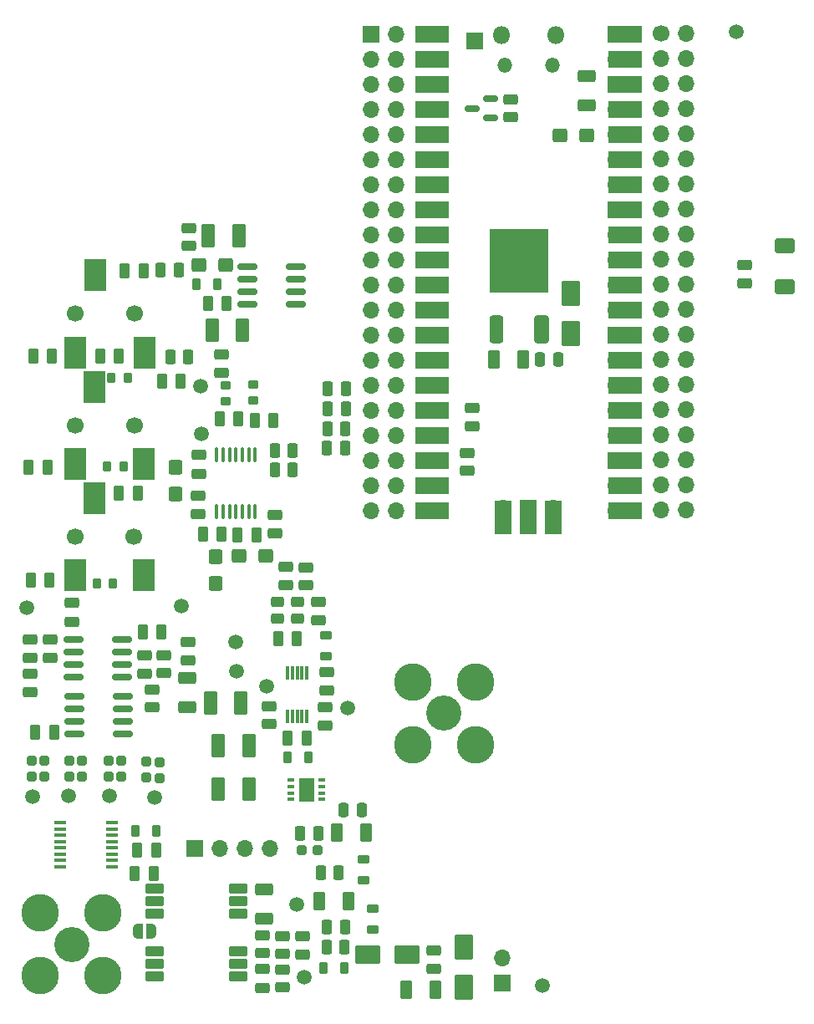
<source format=gbr>
%TF.GenerationSoftware,KiCad,Pcbnew,9.0.7-9.0.7~ubuntu24.04.1*%
%TF.CreationDate,2026-02-03T19:31:40-08:00*%
%TF.ProjectId,Frohne,46726f68-6e65-42e6-9b69-6361645f7063,rev?*%
%TF.SameCoordinates,Original*%
%TF.FileFunction,Soldermask,Top*%
%TF.FilePolarity,Negative*%
%FSLAX46Y46*%
G04 Gerber Fmt 4.6, Leading zero omitted, Abs format (unit mm)*
G04 Created by KiCad (PCBNEW 9.0.7-9.0.7~ubuntu24.04.1) date 2026-02-03 19:31:40*
%MOMM*%
%LPD*%
G01*
G04 APERTURE LIST*
G04 Aperture macros list*
%AMRoundRect*
0 Rectangle with rounded corners*
0 $1 Rounding radius*
0 $2 $3 $4 $5 $6 $7 $8 $9 X,Y pos of 4 corners*
0 Add a 4 corners polygon primitive as box body*
4,1,4,$2,$3,$4,$5,$6,$7,$8,$9,$2,$3,0*
0 Add four circle primitives for the rounded corners*
1,1,$1+$1,$2,$3*
1,1,$1+$1,$4,$5*
1,1,$1+$1,$6,$7*
1,1,$1+$1,$8,$9*
0 Add four rect primitives between the rounded corners*
20,1,$1+$1,$2,$3,$4,$5,0*
20,1,$1+$1,$4,$5,$6,$7,0*
20,1,$1+$1,$6,$7,$8,$9,0*
20,1,$1+$1,$8,$9,$2,$3,0*%
%AMFreePoly0*
4,1,23,0.500000,-0.750000,0.000000,-0.750000,0.000000,-0.745722,-0.065263,-0.745722,-0.191342,-0.711940,-0.304381,-0.646677,-0.396677,-0.554381,-0.461940,-0.441342,-0.495722,-0.315263,-0.495722,-0.250000,-0.500000,-0.250000,-0.500000,0.250000,-0.495722,0.250000,-0.495722,0.315263,-0.461940,0.441342,-0.396677,0.554381,-0.304381,0.646677,-0.191342,0.711940,-0.065263,0.745722,0.000000,0.745722,
0.000000,0.750000,0.500000,0.750000,0.500000,-0.750000,0.500000,-0.750000,$1*%
%AMFreePoly1*
4,1,23,0.000000,0.745722,0.065263,0.745722,0.191342,0.711940,0.304381,0.646677,0.396677,0.554381,0.461940,0.441342,0.495722,0.315263,0.495722,0.250000,0.500000,0.250000,0.500000,-0.250000,0.495722,-0.250000,0.495722,-0.315263,0.461940,-0.441342,0.396677,-0.554381,0.304381,-0.646677,0.191342,-0.711940,0.065263,-0.745722,0.000000,-0.745722,0.000000,-0.750000,-0.500000,-0.750000,
-0.500000,0.750000,0.000000,0.750000,0.000000,0.745722,0.000000,0.745722,$1*%
G04 Aperture macros list end*
%ADD10RoundRect,0.267317X0.470683X-0.280683X0.470683X0.280683X-0.470683X0.280683X-0.470683X-0.280683X0*%
%ADD11RoundRect,0.267317X0.280683X0.470683X-0.280683X0.470683X-0.280683X-0.470683X0.280683X-0.470683X0*%
%ADD12RoundRect,0.269000X0.269000X0.494000X-0.269000X0.494000X-0.269000X-0.494000X0.269000X-0.494000X0*%
%ADD13RoundRect,0.287778X0.714222X-0.489222X0.714222X0.489222X-0.714222X0.489222X-0.714222X-0.489222X0*%
%ADD14RoundRect,0.250000X0.425000X-1.150000X0.425000X1.150000X-0.425000X1.150000X-0.425000X-1.150000X0*%
%ADD15RoundRect,0.250000X0.500000X-1.150000X0.500000X1.150000X-0.500000X1.150000X-0.500000X-1.150000X0*%
%ADD16C,0.500000*%
%ADD17RoundRect,0.250000X2.750000X-3.000000X2.750000X3.000000X-2.750000X3.000000X-2.750000X-3.000000X0*%
%ADD18RoundRect,0.267317X-0.280683X-0.470683X0.280683X-0.470683X0.280683X0.470683X-0.280683X0.470683X0*%
%ADD19RoundRect,0.244000X0.269000X-0.244000X0.269000X0.244000X-0.269000X0.244000X-0.269000X-0.244000X0*%
%ADD20C,1.500000*%
%ADD21RoundRect,0.269000X-0.269000X-0.494000X0.269000X-0.494000X0.269000X0.494000X-0.269000X0.494000X0*%
%ADD22C,3.556000*%
%ADD23C,3.810000*%
%ADD24RoundRect,0.267317X-0.470683X0.280683X-0.470683X-0.280683X0.470683X-0.280683X0.470683X0.280683X0*%
%ADD25RoundRect,0.266521X0.346479X0.671479X-0.346479X0.671479X-0.346479X-0.671479X0.346479X-0.671479X0*%
%ADD26R,1.700000X1.700000*%
%ADD27O,1.700000X1.700000*%
%ADD28RoundRect,0.269000X0.494000X-0.269000X0.494000X0.269000X-0.494000X0.269000X-0.494000X-0.269000X0*%
%ADD29FreePoly0,0.000000*%
%ADD30FreePoly1,0.000000*%
%ADD31RoundRect,0.219000X-0.219000X-0.294000X0.219000X-0.294000X0.219000X0.294000X-0.219000X0.294000X0*%
%ADD32RoundRect,0.266521X0.671479X-0.346479X0.671479X0.346479X-0.671479X0.346479X-0.671479X-0.346479X0*%
%ADD33RoundRect,0.260556X-1.027444X-0.677444X1.027444X-0.677444X1.027444X0.677444X-1.027444X0.677444X0*%
%ADD34R,1.200000X0.400000*%
%ADD35RoundRect,0.250000X0.250000X0.475000X-0.250000X0.475000X-0.250000X-0.475000X0.250000X-0.475000X0*%
%ADD36C,1.700000*%
%ADD37RoundRect,0.269000X-0.494000X0.269000X-0.494000X-0.269000X0.494000X-0.269000X0.494000X0.269000X0*%
%ADD38RoundRect,0.260556X-0.677444X1.027444X-0.677444X-1.027444X0.677444X-1.027444X0.677444X1.027444X0*%
%ADD39RoundRect,0.244000X-0.244000X-0.269000X0.244000X-0.269000X0.244000X0.269000X-0.244000X0.269000X0*%
%ADD40RoundRect,0.263396X-0.434604X-0.949604X0.434604X-0.949604X0.434604X0.949604X-0.434604X0.949604X0*%
%ADD41RoundRect,0.264074X0.473926X0.448926X-0.473926X0.448926X-0.473926X-0.448926X0.473926X-0.448926X0*%
%ADD42RoundRect,0.266521X-0.346479X-0.671479X0.346479X-0.671479X0.346479X0.671479X-0.346479X0.671479X0*%
%ADD43RoundRect,0.150000X0.590000X0.150000X-0.590000X0.150000X-0.590000X-0.150000X0.590000X-0.150000X0*%
%ADD44RoundRect,0.263396X0.434604X0.949604X-0.434604X0.949604X-0.434604X-0.949604X0.434604X-0.949604X0*%
%ADD45R,0.300000X1.400000*%
%ADD46RoundRect,0.150000X0.825000X0.150000X-0.825000X0.150000X-0.825000X-0.150000X0.825000X-0.150000X0*%
%ADD47RoundRect,0.220000X0.220000X0.380000X-0.220000X0.380000X-0.220000X-0.380000X0.220000X-0.380000X0*%
%ADD48R,2.200000X3.200000*%
%ADD49RoundRect,0.266521X-0.671479X0.346479X-0.671479X-0.346479X0.671479X-0.346479X0.671479X0.346479X0*%
%ADD50O,1.800000X1.800000*%
%ADD51O,1.500000X1.500000*%
%ADD52R,3.500000X1.700000*%
%ADD53R,1.700000X3.500000*%
%ADD54RoundRect,0.219000X-0.294000X0.219000X-0.294000X-0.219000X0.294000X-0.219000X0.294000X0.219000X0*%
%ADD55RoundRect,0.264074X-0.448926X0.473926X-0.448926X-0.473926X0.448926X-0.473926X0.448926X0.473926X0*%
%ADD56RoundRect,0.100000X0.100000X-0.637500X0.100000X0.637500X-0.100000X0.637500X-0.100000X-0.637500X0*%
%ADD57RoundRect,0.220000X0.380000X-0.220000X0.380000X0.220000X-0.380000X0.220000X-0.380000X-0.220000X0*%
%ADD58RoundRect,0.264074X0.448926X-0.473926X0.448926X0.473926X-0.448926X0.473926X-0.448926X-0.473926X0*%
%ADD59R,0.650000X0.350000*%
%ADD60R,1.550000X2.400000*%
%ADD61RoundRect,0.220000X-0.380000X0.220000X-0.380000X-0.220000X0.380000X-0.220000X0.380000X0.220000X0*%
%ADD62RoundRect,0.102000X-0.835000X-0.380000X0.835000X-0.380000X0.835000X0.380000X-0.835000X0.380000X0*%
%ADD63RoundRect,0.260556X0.677444X-1.027444X0.677444X1.027444X-0.677444X1.027444X-0.677444X-1.027444X0*%
%ADD64RoundRect,0.250000X-0.400000X-0.300000X0.400000X-0.300000X0.400000X0.300000X-0.400000X0.300000X0*%
%ADD65RoundRect,0.264074X-0.473926X-0.448926X0.473926X-0.448926X0.473926X0.448926X-0.473926X0.448926X0*%
%ADD66RoundRect,0.150000X-0.825000X-0.150000X0.825000X-0.150000X0.825000X0.150000X-0.825000X0.150000X0*%
%ADD67RoundRect,0.220000X-0.220000X-0.380000X0.220000X-0.380000X0.220000X0.380000X-0.220000X0.380000X0*%
G04 APERTURE END LIST*
D10*
%TO.C,R1*%
X128370000Y-125790000D03*
X128370000Y-123970000D03*
%TD*%
D11*
%TO.C,R33*%
X118820000Y-65330000D03*
X117000000Y-65330000D03*
%TD*%
D10*
%TO.C,R9*%
X102800000Y-99260000D03*
X102800000Y-97440000D03*
%TD*%
%TO.C,R28*%
X151490000Y-41050000D03*
X151490000Y-39230000D03*
%TD*%
D12*
%TO.C,C29*%
X113710000Y-79130000D03*
X111810000Y-79130000D03*
%TD*%
D13*
%TO.C,S1*%
X179270000Y-58200000D03*
X179270000Y-54050000D03*
%TD*%
D14*
%TO.C,U6*%
X150020000Y-62530000D03*
D15*
X154600000Y-62530000D03*
D16*
X150310000Y-58050000D03*
X152310000Y-58050000D03*
X154310000Y-58050000D03*
X150310000Y-56050000D03*
X152310000Y-56050000D03*
X154310000Y-56050000D03*
D17*
X152330000Y-55570000D03*
D16*
X150310000Y-54050000D03*
X152310000Y-54050000D03*
X154310000Y-54050000D03*
%TD*%
D18*
%TO.C,R7*%
X132860000Y-123070000D03*
X134680000Y-123070000D03*
%TD*%
D19*
%TO.C,C22*%
X112030000Y-107795000D03*
X112030000Y-106235000D03*
%TD*%
D20*
%TO.C,TP1*%
X120060000Y-68290000D03*
%TD*%
D21*
%TO.C,C52*%
X102870000Y-87880000D03*
X104770000Y-87880000D03*
%TD*%
D22*
%TO.C,J11*%
X107005000Y-124815000D03*
D23*
X103830000Y-121640000D03*
X103830000Y-127990000D03*
X110180000Y-121640000D03*
X110180000Y-127990000D03*
%TD*%
D10*
%TO.C,R37*%
X132710000Y-102620000D03*
X132710000Y-100800000D03*
%TD*%
D20*
%TO.C,TP10*%
X123600000Y-94220000D03*
%TD*%
D24*
%TO.C,R16*%
X127560000Y-81350000D03*
X127560000Y-83170000D03*
%TD*%
D25*
%TO.C,C42*%
X143830000Y-129420000D03*
X140870000Y-129420000D03*
%TD*%
D20*
%TO.C,TP14*%
X103030000Y-109840000D03*
%TD*%
D26*
%TO.C,Je3*%
X119480000Y-115080000D03*
D27*
X122020000Y-115080000D03*
X124560000Y-115080000D03*
X127100000Y-115080000D03*
%TD*%
D28*
%TO.C,C15*%
X132860000Y-99100000D03*
X132860000Y-97200000D03*
%TD*%
D12*
%TO.C,C38*%
X130800000Y-103940000D03*
X128900000Y-103940000D03*
%TD*%
D19*
%TO.C,C16*%
X104250000Y-107805000D03*
X104250000Y-106245000D03*
%TD*%
%TO.C,C26*%
X110770000Y-107795000D03*
X110770000Y-106235000D03*
%TD*%
D26*
%TO.C,J5*%
X150650000Y-128750000D03*
D27*
X150650000Y-126210000D03*
%TD*%
D29*
%TO.C,JP86*%
X113730000Y-123480000D03*
D30*
X115030000Y-123480000D03*
%TD*%
D31*
%TO.C,R19*%
X111040000Y-67470000D03*
X112680000Y-67470000D03*
%TD*%
D10*
%TO.C,R12*%
X116340000Y-97360000D03*
X116340000Y-95540000D03*
%TD*%
D28*
%TO.C,C20*%
X126320000Y-129200000D03*
X126320000Y-127300000D03*
%TD*%
D20*
%TO.C,TP25*%
X174310000Y-32350000D03*
%TD*%
D31*
%TO.C,R14*%
X110600000Y-76400000D03*
X112240000Y-76400000D03*
%TD*%
D32*
%TO.C,C34*%
X126480000Y-122240000D03*
X126480000Y-119280000D03*
%TD*%
D20*
%TO.C,TP12*%
X154660000Y-128960000D03*
%TD*%
D33*
%TO.C,D1*%
X136960000Y-125890000D03*
X140960000Y-125890000D03*
%TD*%
D34*
%TO.C,U7*%
X105870000Y-112510000D03*
X105870000Y-113145000D03*
X105870000Y-113780000D03*
X105870000Y-114415000D03*
X105870000Y-115050000D03*
X105870000Y-115685000D03*
X105870000Y-116320000D03*
X105870000Y-116955000D03*
X111070000Y-116955000D03*
X111070000Y-116320000D03*
X111070000Y-115685000D03*
X111070000Y-115050000D03*
X111070000Y-114415000D03*
X111070000Y-113780000D03*
X111070000Y-113145000D03*
X111070000Y-112510000D03*
%TD*%
D24*
%TO.C,R34*%
X130750000Y-86620000D03*
X130750000Y-88440000D03*
%TD*%
D31*
%TO.C,R30*%
X109550000Y-88260000D03*
X111190000Y-88260000D03*
%TD*%
D25*
%TO.C,C5*%
X136830000Y-113470000D03*
X133870000Y-113470000D03*
%TD*%
D35*
%TO.C,C43*%
X156300000Y-65560000D03*
X154400000Y-65560000D03*
%TD*%
D27*
%TO.C,J3*%
X166680000Y-80840000D03*
X169220000Y-80840000D03*
X166680000Y-78300000D03*
X169220000Y-78300000D03*
X166680000Y-75760000D03*
X169220000Y-75760000D03*
X166680000Y-73220000D03*
X169220000Y-73220000D03*
X166680000Y-70680000D03*
X169220000Y-70680000D03*
X166680000Y-68140000D03*
X169220000Y-68140000D03*
X166680000Y-65600000D03*
X169220000Y-65600000D03*
X166680000Y-63060000D03*
X169220000Y-63060000D03*
X166680000Y-60520000D03*
X169220000Y-60520000D03*
X166680000Y-57980000D03*
X169220000Y-57980000D03*
X166680000Y-55440000D03*
X169220000Y-55440000D03*
X166680000Y-52900000D03*
X169220000Y-52900000D03*
X166680000Y-50360000D03*
X169220000Y-50360000D03*
X166680000Y-47820000D03*
X169220000Y-47820000D03*
X166680000Y-45280000D03*
X169220000Y-45280000D03*
X166680000Y-42740000D03*
X169220000Y-42740000D03*
X166680000Y-40200000D03*
X169220000Y-40200000D03*
X166680000Y-37660000D03*
X169220000Y-37660000D03*
X166680000Y-35120000D03*
X169220000Y-35120000D03*
D36*
X166680000Y-32580000D03*
D27*
X169220000Y-32580000D03*
%TD*%
D10*
%TO.C,R10*%
X126320000Y-125700000D03*
X126320000Y-123880000D03*
%TD*%
D21*
%TO.C,C1*%
X113400000Y-117610000D03*
X115300000Y-117610000D03*
%TD*%
D37*
%TO.C,C11*%
X119840000Y-79360000D03*
X119840000Y-81260000D03*
%TD*%
D38*
%TO.C,D3*%
X157590000Y-58910000D03*
X157590000Y-62910000D03*
%TD*%
D19*
%TO.C,C19*%
X106790000Y-107805000D03*
X106790000Y-106245000D03*
%TD*%
D11*
%TO.C,R22*%
X117860000Y-56550000D03*
X116040000Y-56550000D03*
%TD*%
D20*
%TO.C,TP18*%
X102460000Y-90740000D03*
%TD*%
D10*
%TO.C,R21*%
X143670000Y-127290000D03*
X143670000Y-125470000D03*
%TD*%
D39*
%TO.C,C40*%
X130350000Y-115260000D03*
X131910000Y-115260000D03*
%TD*%
D28*
%TO.C,C18*%
X114360000Y-97400000D03*
X114360000Y-95500000D03*
%TD*%
D21*
%TO.C,C51*%
X102660000Y-76490000D03*
X104560000Y-76490000D03*
%TD*%
D37*
%TO.C,C4*%
X119880000Y-75240000D03*
X119880000Y-77140000D03*
%TD*%
D40*
%TO.C,C37*%
X121860000Y-109050000D03*
X124940000Y-109050000D03*
%TD*%
D19*
%TO.C,C27*%
X114520000Y-107865000D03*
X114520000Y-106305000D03*
%TD*%
D41*
%TO.C,C45*%
X122580000Y-55980000D03*
X119880000Y-55980000D03*
%TD*%
D42*
%TO.C,C35*%
X132050000Y-120400000D03*
X135010000Y-120400000D03*
%TD*%
D24*
%TO.C,R31*%
X122170000Y-65070000D03*
X122170000Y-66890000D03*
%TD*%
D18*
%TO.C,R24*%
X132960000Y-68520000D03*
X134780000Y-68520000D03*
%TD*%
D12*
%TO.C,C23*%
X115560000Y-115280000D03*
X113660000Y-115280000D03*
%TD*%
D43*
%TO.C,Q1*%
X149440000Y-41090000D03*
X149440000Y-39190000D03*
X147560000Y-40140000D03*
%TD*%
D18*
%TO.C,R17*%
X127600000Y-74790000D03*
X129420000Y-74790000D03*
%TD*%
D44*
%TO.C,C46*%
X123940000Y-53040000D03*
X120860000Y-53040000D03*
%TD*%
D18*
%TO.C,R20*%
X132850000Y-125090000D03*
X134670000Y-125090000D03*
%TD*%
%TO.C,R25*%
X132880000Y-74560000D03*
X134700000Y-74560000D03*
%TD*%
D40*
%TO.C,C36*%
X121860000Y-104700000D03*
X124940000Y-104700000D03*
%TD*%
D37*
%TO.C,C21*%
X107010000Y-90220000D03*
X107010000Y-92120000D03*
%TD*%
D45*
%TO.C,U4*%
X130850000Y-97330000D03*
X130350000Y-97330000D03*
X129850000Y-97330000D03*
X129350000Y-97330000D03*
X128850000Y-97330000D03*
X128850000Y-101730000D03*
X129350000Y-101730000D03*
X129850000Y-101730000D03*
X130350000Y-101730000D03*
X130850000Y-101730000D03*
%TD*%
D21*
%TO.C,C7*%
X122000000Y-71620000D03*
X123900000Y-71620000D03*
%TD*%
D46*
%TO.C,U1*%
X129735000Y-60015000D03*
X129735000Y-58745000D03*
X129735000Y-57475000D03*
X129735000Y-56205000D03*
X124785000Y-56205000D03*
X124785000Y-57475000D03*
X124785000Y-58745000D03*
X124785000Y-60015000D03*
%TD*%
D18*
%TO.C,R26*%
X132930000Y-72580000D03*
X134750000Y-72580000D03*
%TD*%
D20*
%TO.C,TP2*%
X120110000Y-73130000D03*
%TD*%
D12*
%TO.C,C53*%
X111800000Y-65240000D03*
X109900000Y-65240000D03*
%TD*%
D47*
%TO.C,FB7*%
X121760000Y-57940000D03*
X119640000Y-57940000D03*
%TD*%
D36*
%TO.C,J9*%
X107370000Y-60950000D03*
X113370000Y-60950000D03*
D48*
X109370000Y-57050000D03*
X107370000Y-64850000D03*
X114370000Y-64850000D03*
%TD*%
D10*
%TO.C,R23*%
X147040000Y-76830000D03*
X147040000Y-75010000D03*
%TD*%
%TO.C,R38*%
X127000000Y-102510000D03*
X127000000Y-100690000D03*
%TD*%
D42*
%TO.C,C41*%
X149760000Y-65560000D03*
X152720000Y-65560000D03*
%TD*%
D49*
%TO.C,C33*%
X118740000Y-97820000D03*
X118740000Y-100780000D03*
%TD*%
D50*
%TO.C,U3*%
X150565000Y-32730000D03*
D51*
X150865000Y-35760000D03*
X155715000Y-35760000D03*
D50*
X156015000Y-32730000D03*
D27*
X144400000Y-32600000D03*
D52*
X143500000Y-32600000D03*
D27*
X144400000Y-35140000D03*
D52*
X143500000Y-35140000D03*
D26*
X144400000Y-37680000D03*
D52*
X143500000Y-37680000D03*
D27*
X144400000Y-40220000D03*
D52*
X143500000Y-40220000D03*
D27*
X144400000Y-42760000D03*
D52*
X143500000Y-42760000D03*
D27*
X144400000Y-45300000D03*
D52*
X143500000Y-45300000D03*
D27*
X144400000Y-47840000D03*
D52*
X143500000Y-47840000D03*
D26*
X144400000Y-50380000D03*
D52*
X143500000Y-50380000D03*
D27*
X144400000Y-52920000D03*
D52*
X143500000Y-52920000D03*
D27*
X144400000Y-55460000D03*
D52*
X143500000Y-55460000D03*
D27*
X144400000Y-58000000D03*
D52*
X143500000Y-58000000D03*
D27*
X144400000Y-60540000D03*
D52*
X143500000Y-60540000D03*
D26*
X144400000Y-63080000D03*
D52*
X143500000Y-63080000D03*
D27*
X144400000Y-65620000D03*
D52*
X143500000Y-65620000D03*
D27*
X144400000Y-68160000D03*
D52*
X143500000Y-68160000D03*
D27*
X144400000Y-70700000D03*
D52*
X143500000Y-70700000D03*
D27*
X144400000Y-73240000D03*
D52*
X143500000Y-73240000D03*
D26*
X144400000Y-75780000D03*
D52*
X143500000Y-75780000D03*
D27*
X144400000Y-78320000D03*
D52*
X143500000Y-78320000D03*
D27*
X144400000Y-80860000D03*
D52*
X143500000Y-80860000D03*
D27*
X162180000Y-80860000D03*
D52*
X163080000Y-80860000D03*
D27*
X162180000Y-78320000D03*
D52*
X163080000Y-78320000D03*
D26*
X162180000Y-75780000D03*
D52*
X163080000Y-75780000D03*
D27*
X162180000Y-73240000D03*
D52*
X163080000Y-73240000D03*
D27*
X162180000Y-70700000D03*
D52*
X163080000Y-70700000D03*
D27*
X162180000Y-68160000D03*
D52*
X163080000Y-68160000D03*
D27*
X162180000Y-65620000D03*
D52*
X163080000Y-65620000D03*
D26*
X162180000Y-63080000D03*
D52*
X163080000Y-63080000D03*
D27*
X162180000Y-60540000D03*
D52*
X163080000Y-60540000D03*
D27*
X162180000Y-58000000D03*
D52*
X163080000Y-58000000D03*
D27*
X162180000Y-55460000D03*
D52*
X163080000Y-55460000D03*
D27*
X162180000Y-52920000D03*
D52*
X163080000Y-52920000D03*
D26*
X162180000Y-50380000D03*
D52*
X163080000Y-50380000D03*
D27*
X162180000Y-47840000D03*
D52*
X163080000Y-47840000D03*
D27*
X162180000Y-45300000D03*
D52*
X163080000Y-45300000D03*
D27*
X162180000Y-42760000D03*
D52*
X163080000Y-42760000D03*
D27*
X162180000Y-40220000D03*
D52*
X163080000Y-40220000D03*
D26*
X162180000Y-37680000D03*
D52*
X163080000Y-37680000D03*
D27*
X162180000Y-35140000D03*
D52*
X163080000Y-35140000D03*
D27*
X162180000Y-32600000D03*
D52*
X163080000Y-32600000D03*
D27*
X150750000Y-80630000D03*
D53*
X150750000Y-81530000D03*
D26*
X153290000Y-80630000D03*
D53*
X153290000Y-81530000D03*
D27*
X155830000Y-80630000D03*
D53*
X155830000Y-81530000D03*
%TD*%
D40*
%TO.C,C17*%
X121070000Y-100350000D03*
X124150000Y-100350000D03*
%TD*%
D10*
%TO.C,R8*%
X115130000Y-100790000D03*
X115130000Y-98970000D03*
%TD*%
D12*
%TO.C,C30*%
X116100000Y-93200000D03*
X114200000Y-93200000D03*
%TD*%
D54*
%TO.C,R2*%
X125380000Y-68070000D03*
X125380000Y-69710000D03*
%TD*%
D55*
%TO.C,C9*%
X121570000Y-85580000D03*
X121570000Y-88280000D03*
%TD*%
D20*
%TO.C,TP16*%
X106680000Y-109730000D03*
%TD*%
%TO.C,TP4*%
X126720000Y-98650000D03*
%TD*%
D56*
%TO.C,U2*%
X121700000Y-80985000D03*
X122350000Y-80985000D03*
X123000000Y-80985000D03*
X123650000Y-80985000D03*
X124300000Y-80985000D03*
X124950000Y-80985000D03*
X125600000Y-80985000D03*
X125600000Y-75260000D03*
X124950000Y-75260000D03*
X124300000Y-75260000D03*
X123650000Y-75260000D03*
X123000000Y-75260000D03*
X122350000Y-75260000D03*
X121700000Y-75260000D03*
%TD*%
D24*
%TO.C,R15*%
X147570000Y-70520000D03*
X147570000Y-72340000D03*
%TD*%
D10*
%TO.C,R35*%
X128680000Y-88390000D03*
X128680000Y-86570000D03*
%TD*%
D20*
%TO.C,TP11*%
X129820000Y-120730000D03*
%TD*%
D12*
%TO.C,C12*%
X122730000Y-59870000D03*
X120830000Y-59870000D03*
%TD*%
D18*
%TO.C,R27*%
X132940000Y-70550000D03*
X134760000Y-70550000D03*
%TD*%
D49*
%TO.C,C2*%
X159220000Y-36860000D03*
X159220000Y-39820000D03*
%TD*%
D21*
%TO.C,C31*%
X103340000Y-103370000D03*
X105240000Y-103370000D03*
%TD*%
D47*
%TO.C,FB5*%
X134620000Y-127180000D03*
X132500000Y-127180000D03*
%TD*%
D20*
%TO.C,TP3*%
X134970000Y-100840000D03*
%TD*%
D18*
%TO.C,R6*%
X132240000Y-117580000D03*
X134060000Y-117580000D03*
%TD*%
D57*
%TO.C,FB4*%
X132800000Y-95610000D03*
X132800000Y-93490000D03*
%TD*%
D58*
%TO.C,C44*%
X117500000Y-79200000D03*
X117500000Y-76500000D03*
%TD*%
D26*
%TO.C,J7*%
X147830000Y-33290000D03*
%TD*%
D19*
%TO.C,C25*%
X108050000Y-107805000D03*
X108050000Y-106245000D03*
%TD*%
D20*
%TO.C,TP5*%
X123740000Y-97150000D03*
%TD*%
D19*
%TO.C,C14*%
X102950000Y-107805000D03*
X102950000Y-106245000D03*
%TD*%
D11*
%TO.C,R5*%
X131980000Y-113560000D03*
X130160000Y-113560000D03*
%TD*%
D59*
%TO.C,e1*%
X129237500Y-108195000D03*
X129237500Y-108845000D03*
X129237500Y-109495000D03*
X129237500Y-110145000D03*
X132337500Y-110145000D03*
X132337500Y-109495000D03*
X132337500Y-108845000D03*
X132337500Y-108195000D03*
D60*
X130787500Y-109170000D03*
%TD*%
D10*
%TO.C,R29*%
X175210000Y-57825000D03*
X175210000Y-56005000D03*
%TD*%
D12*
%TO.C,C49*%
X114270000Y-56560000D03*
X112370000Y-56560000D03*
%TD*%
D18*
%TO.C,R18*%
X127590000Y-76770000D03*
X129410000Y-76770000D03*
%TD*%
D37*
%TO.C,C32*%
X130380000Y-123950000D03*
X130380000Y-125850000D03*
%TD*%
D26*
%TO.C,J4*%
X144400000Y-32600000D03*
D36*
X144400000Y-35140000D03*
X144400000Y-37680000D03*
X144400000Y-40220000D03*
X144400000Y-42760000D03*
X144400000Y-45300000D03*
X144400000Y-47840000D03*
X144400000Y-50380000D03*
X144400000Y-52920000D03*
X144400000Y-55460000D03*
X144400000Y-58000000D03*
X144400000Y-60540000D03*
X144400000Y-63080000D03*
X144400000Y-65620000D03*
X144400000Y-68160000D03*
X144400000Y-70700000D03*
X144400000Y-73240000D03*
X144400000Y-75780000D03*
X144400000Y-78320000D03*
X144400000Y-80860000D03*
%TD*%
D10*
%TO.C,R36*%
X132020000Y-91950000D03*
X132020000Y-90130000D03*
%TD*%
D21*
%TO.C,C6*%
X125550000Y-71730000D03*
X127450000Y-71730000D03*
%TD*%
D10*
%TO.C,R4*%
X128350000Y-129190000D03*
X128350000Y-127370000D03*
%TD*%
D61*
%TO.C,FB2*%
X137470000Y-121190000D03*
X137470000Y-123310000D03*
%TD*%
D62*
%TO.C,TR1*%
X115368000Y-119145000D03*
X115368000Y-120415000D03*
X115368000Y-121685000D03*
X115368000Y-125495000D03*
X115368000Y-126765000D03*
X115368000Y-128035000D03*
X123898000Y-128035000D03*
X123898000Y-126765000D03*
X123898000Y-125495000D03*
X123898000Y-121685000D03*
X123898000Y-120415000D03*
X123898000Y-119145000D03*
%TD*%
D35*
%TO.C,C55*%
X136430000Y-111180000D03*
X134530000Y-111180000D03*
%TD*%
D10*
%TO.C,R32*%
X118900000Y-54080000D03*
X118900000Y-52260000D03*
%TD*%
D44*
%TO.C,C47*%
X124320000Y-62640000D03*
X121240000Y-62640000D03*
%TD*%
D10*
%TO.C,R13*%
X102810000Y-95760000D03*
X102810000Y-93940000D03*
%TD*%
D20*
%TO.C,TP17*%
X118110000Y-90560000D03*
%TD*%
D47*
%TO.C,FB1*%
X130960000Y-105880000D03*
X128840000Y-105880000D03*
%TD*%
D22*
%TO.C,J8*%
X144705000Y-101395000D03*
D23*
X147880000Y-104570000D03*
X147880000Y-98220000D03*
X141530000Y-104570000D03*
X141530000Y-98220000D03*
%TD*%
D21*
%TO.C,C13*%
X120320000Y-83260000D03*
X122220000Y-83260000D03*
%TD*%
D24*
%TO.C,R11*%
X118810000Y-94220000D03*
X118810000Y-96040000D03*
%TD*%
D63*
%TO.C,D2*%
X146770000Y-129120000D03*
X146770000Y-125120000D03*
%TD*%
D64*
%TO.C,X1*%
X127820000Y-91780000D03*
X129920000Y-91780000D03*
X129920000Y-90130000D03*
X127820000Y-90130000D03*
%TD*%
D20*
%TO.C,TP7*%
X115400000Y-109950000D03*
%TD*%
D12*
%TO.C,C3*%
X118050000Y-67730000D03*
X116150000Y-67730000D03*
%TD*%
D19*
%TO.C,C24*%
X115930000Y-107970000D03*
X115930000Y-106410000D03*
%TD*%
D21*
%TO.C,C48*%
X127940000Y-93860000D03*
X129840000Y-93860000D03*
%TD*%
D41*
%TO.C,C39*%
X159200000Y-42850000D03*
X156500000Y-42850000D03*
%TD*%
D20*
%TO.C,TP6*%
X110840000Y-109740000D03*
%TD*%
D36*
%TO.C,J10*%
X162180000Y-80860000D03*
X162180000Y-78320000D03*
X162180000Y-75780000D03*
X162180000Y-73240000D03*
X162180000Y-70700000D03*
X162180000Y-68160000D03*
X162180000Y-65620000D03*
X162180000Y-63080000D03*
X162180000Y-60540000D03*
X162180000Y-58000000D03*
X162180000Y-55460000D03*
X162180000Y-52920000D03*
X162180000Y-50380000D03*
X162180000Y-47840000D03*
X162180000Y-45300000D03*
X162180000Y-42760000D03*
X162180000Y-40220000D03*
X162180000Y-37680000D03*
X162180000Y-35140000D03*
D26*
X162180000Y-32600000D03*
%TD*%
D20*
%TO.C,TP26*%
X130570000Y-128120000D03*
%TD*%
D36*
%TO.C,J1*%
X107340000Y-72240000D03*
X113340000Y-72240000D03*
D48*
X109340000Y-68340000D03*
X107340000Y-76140000D03*
X114340000Y-76140000D03*
%TD*%
D21*
%TO.C,C50*%
X103100000Y-65210000D03*
X105000000Y-65210000D03*
%TD*%
D65*
%TO.C,C8*%
X124000000Y-85440000D03*
X126700000Y-85440000D03*
%TD*%
D57*
%TO.C,FB6*%
X136610000Y-118330000D03*
X136610000Y-116210000D03*
%TD*%
D46*
%TO.C,U5*%
X112230000Y-103540000D03*
X112230000Y-102270000D03*
X112230000Y-101000000D03*
X112230000Y-99730000D03*
X107280000Y-99730000D03*
X107280000Y-101000000D03*
X107280000Y-102270000D03*
X107280000Y-103540000D03*
%TD*%
D12*
%TO.C,C10*%
X125720000Y-83360000D03*
X123820000Y-83360000D03*
%TD*%
D66*
%TO.C,U8*%
X107170000Y-93920000D03*
X107170000Y-95190000D03*
X107170000Y-96460000D03*
X107170000Y-97730000D03*
X112120000Y-97730000D03*
X112120000Y-96460000D03*
X112120000Y-95190000D03*
X112120000Y-93920000D03*
%TD*%
D54*
%TO.C,R3*%
X122610000Y-68160000D03*
X122610000Y-69800000D03*
%TD*%
D26*
%TO.C,J2*%
X137310000Y-32606000D03*
D27*
X139850000Y-32606000D03*
X137310000Y-35146000D03*
X139850000Y-35146000D03*
X137310000Y-37686000D03*
X139850000Y-37686000D03*
X137310000Y-40226000D03*
X139850000Y-40226000D03*
X137310000Y-42766000D03*
X139850000Y-42766000D03*
X137310000Y-45306000D03*
X139850000Y-45306000D03*
X137310000Y-47846000D03*
X139850000Y-47846000D03*
X137310000Y-50386000D03*
X139850000Y-50386000D03*
X137310000Y-52926000D03*
X139850000Y-52926000D03*
X137310000Y-55466000D03*
X139850000Y-55466000D03*
X137310000Y-58006000D03*
X139850000Y-58006000D03*
X137310000Y-60546000D03*
X139850000Y-60546000D03*
X137310000Y-63086000D03*
X139850000Y-63086000D03*
X137310000Y-65626000D03*
X139850000Y-65626000D03*
X137310000Y-68166000D03*
X139850000Y-68166000D03*
X137310000Y-70706000D03*
X139850000Y-70706000D03*
X137310000Y-73246000D03*
X139850000Y-73246000D03*
X137310000Y-75786000D03*
X139850000Y-75786000D03*
X137310000Y-78326000D03*
X139850000Y-78326000D03*
X137310000Y-80866000D03*
X139850000Y-80866000D03*
%TD*%
D28*
%TO.C,C28*%
X104830000Y-95830000D03*
X104830000Y-93930000D03*
%TD*%
D67*
%TO.C,FB3*%
X113490000Y-113290000D03*
X115610000Y-113290000D03*
%TD*%
D36*
%TO.C,J12*%
X107330000Y-83520000D03*
X113330000Y-83520000D03*
D48*
X109330000Y-79620000D03*
X107330000Y-87420000D03*
X114330000Y-87420000D03*
%TD*%
M02*

</source>
